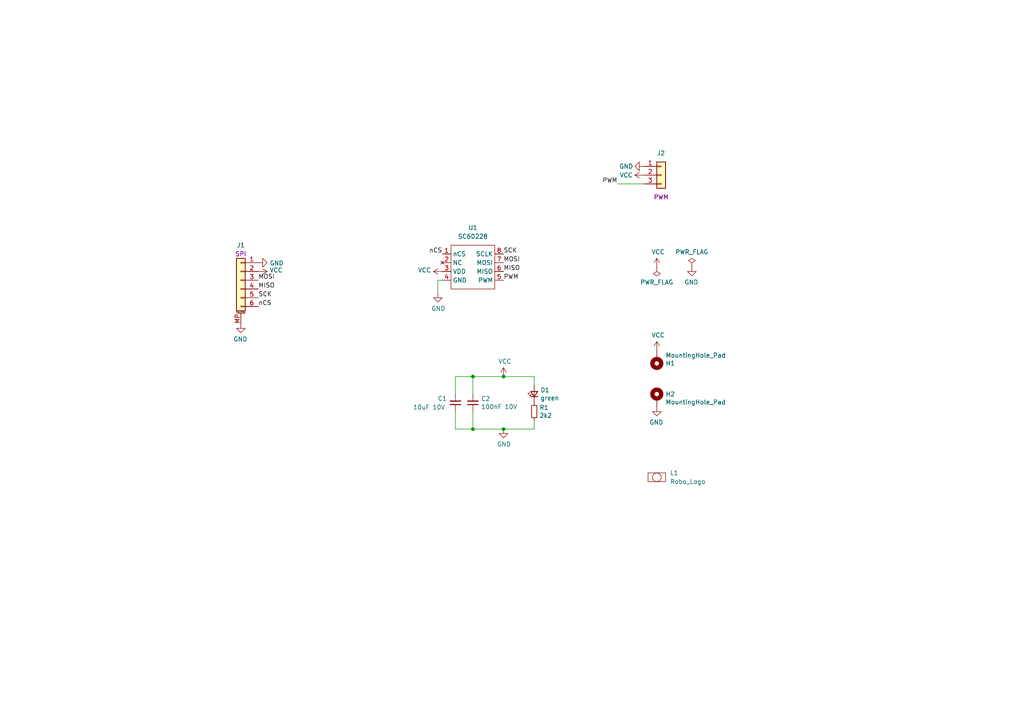
<source format=kicad_sch>
(kicad_sch (version 20211123) (generator eeschema)
  (paper "A4")
  (lib_symbols
    (symbol "Connector_Generic:Conn_01x03" (pin_names (offset 1.016) hide)
      (property "Reference" "J" (at 0 5.08 0))
      (property "Value" "Conn_01x03" (at 0 -5.08 0))
      (symbol "Conn_01x03_1_1"
        (rectangle (start -1.27 -2.413) (end 0 -2.667) (stroke (width 0.1524)))
        (rectangle (start -1.27 0.127) (end 0 -0.127) (stroke (width 0.1524)))
        (rectangle (start -1.27 2.667) (end 0 2.413) (stroke (width 0.1524)))
        (rectangle (start -1.27 3.81) (end 1.27 -3.81) (stroke (width 0.254)) (fill (type background)))
        (pin passive line (at -5.08 2.54 0) (length 3.81) (name "Pin_1") (number "1"))
        (pin passive line (at -5.08 0 0) (length 3.81) (name "Pin_2") (number "2"))
        (pin passive line (at -5.08 -2.54 0) (length 3.81) (name "Pin_3") (number "3"))
      )
    )
    (symbol "Connector_Generic_MountingPin:Conn_01x06_MountingPin" (pin_names (offset 1.016) hide)
      (property "Reference" "J" (at 0 7.62 0))
      (property "Value" "Conn_01x06_MountingPin" (at 1.27 -10.16 0))
      (symbol "Conn_01x06_MountingPin_1_1"
        (rectangle (start -1.27 -7.493) (end 0 -7.747) (stroke (width 0.1524)))
        (rectangle (start -1.27 -4.953) (end 0 -5.207) (stroke (width 0.1524)))
        (rectangle (start -1.27 -2.413) (end 0 -2.667) (stroke (width 0.1524)))
        (rectangle (start -1.27 0.127) (end 0 -0.127) (stroke (width 0.1524)))
        (rectangle (start -1.27 2.667) (end 0 2.413) (stroke (width 0.1524)))
        (rectangle (start -1.27 5.207) (end 0 4.953) (stroke (width 0.1524)))
        (rectangle (start -1.27 6.35) (end 1.27 -8.89) (stroke (width 0.254)) (fill (type background)))
        (polyline (pts (xy -1.016 -9.652) (xy 1.016 -9.652)) (stroke (width 0.1524)))
        (text "Mounting" (at 0 -9.271 0) (effects (font (size 0.381 0.381))))
        (pin passive line (at -5.08 5.08 0) (length 3.81) (name "Pin_1") (number "1"))
        (pin passive line (at -5.08 2.54 0) (length 3.81) (name "Pin_2") (number "2"))
        (pin passive line (at -5.08 0 0) (length 3.81) (name "Pin_3") (number "3"))
        (pin passive line (at -5.08 -2.54 0) (length 3.81) (name "Pin_4") (number "4"))
        (pin passive line (at -5.08 -5.08 0) (length 3.81) (name "Pin_5") (number "5"))
        (pin passive line (at -5.08 -7.62 0) (length 3.81) (name "Pin_6") (number "6"))
        (pin passive line (at 0 -12.7 90) (length 3.048) (name "MountPin") (number "MP"))
      )
    )
    (symbol "Device:C_Small" (pin_numbers hide) (pin_names (offset 0.254) hide)
      (property "Reference" "C" (at 0.254 1.778 0))
      (property "Value" "C_Small" (at 0.254 -2.032 0))
      (symbol "C_Small_0_1"
        (polyline (pts (xy -1.524 -0.508) (xy 1.524 -0.508)) (stroke (width 0.3302)))
        (polyline (pts (xy -1.524 0.508) (xy 1.524 0.508)) (stroke (width 0.3048)))
      )
      (symbol "C_Small_1_1"
        (pin passive line (at 0 2.54 270) (length 2.032) (name "~") (number "1"))
        (pin passive line (at 0 -2.54 90) (length 2.032) (name "~") (number "2"))
      )
    )
    (symbol "Device:LED_Small" (pin_numbers hide) (pin_names (offset 0.254) hide)
      (property "Reference" "D" (at -1.27 3.175 0))
      (property "Value" "LED_Small" (at -4.445 -2.54 0))
      (symbol "LED_Small_0_1"
        (polyline (pts (xy -0.762 -1.016) (xy -0.762 1.016)) (stroke (width 0.254)))
        (polyline (pts (xy 1.016 0) (xy -0.762 0)))
        (polyline (pts (xy 0.762 -1.016) (xy -0.762 0) (xy 0.762 1.016) (xy 0.762 -1.016)) (stroke (width 0.254)))
        (polyline (pts (xy 0 0.762) (xy -0.508 1.27) (xy -0.254 1.27) (xy -0.508 1.27) (xy -0.508 1.016)))
        (polyline (pts (xy 0.508 1.27) (xy 0 1.778) (xy 0.254 1.778) (xy 0 1.778) (xy 0 1.524)))
      )
      (symbol "LED_Small_1_1"
        (pin passive line (at -2.54 0 0) (length 1.778) (name "K") (number "1"))
        (pin passive line (at 2.54 0 180) (length 1.778) (name "A") (number "2"))
      )
    )
    (symbol "Device:R_Small" (pin_numbers hide) (pin_names (offset 0.254) hide)
      (property "Reference" "R" (at 0.762 0.508 0))
      (property "Value" "R_Small" (at 0.762 -1.016 0))
      (symbol "R_Small_0_1"
        (rectangle (start -0.762 1.778) (end 0.762 -1.778) (stroke (width 0.2032)))
      )
      (symbol "R_Small_1_1"
        (pin passive line (at 0 2.54 270) (length 0.762) (name "~") (number "1"))
        (pin passive line (at 0 -2.54 90) (length 0.762) (name "~") (number "2"))
      )
    )
    (symbol "Mechanical:MountingHole_Pad" (pin_numbers hide) (pin_names (offset 1.016) hide)
      (property "Reference" "H" (at 0 6.35 0))
      (property "Value" "MountingHole_Pad" (at 0 4.445 0))
      (symbol "MountingHole_Pad_0_1"
        (circle (center 0 1.27) (radius 1.27) (stroke (width 1.27)))
      )
      (symbol "MountingHole_Pad_1_1"
        (pin input line (at 0 -2.54 90) (length 2.54) (name "1") (number "1"))
      )
    )
    (symbol "power:GND" (power) (pin_names (offset 0))
      (property "Value" "GND" (at 0 -3.81 0))
      (symbol "GND_0_1"
        (polyline (pts (xy 0 0) (xy 0 -1.27) (xy 1.27 -1.27) (xy 0 -2.54) (xy -1.27 -1.27) (xy 0 -1.27)))
      )
      (symbol "GND_1_1"
        (pin power_in line (at 0 0 270) (length 0) hide (name "GND") (number "1"))
      )
    )
    (symbol "power:PWR_FLAG" (power) (pin_numbers hide) (pin_names (offset 0) hide)
      (property "Value" "PWR_FLAG" (at 0 3.81 0))
      (symbol "PWR_FLAG_0_0"
        (pin power_out line (at 0 0 90) (length 0) (name "pwr") (number "1"))
      )
      (symbol "PWR_FLAG_0_1"
        (polyline (pts (xy 0 0) (xy 0 1.27) (xy -1.016 1.905) (xy 0 2.54) (xy 1.016 1.905) (xy 0 1.27)))
      )
    )
    (symbol "power:VCC" (power) (pin_names (offset 0))
      (property "Value" "VCC" (at 0 3.81 0))
      (symbol "VCC_0_1"
        (polyline (pts (xy -0.762 1.27) (xy 0 2.54)))
        (polyline (pts (xy 0 0) (xy 0 2.54)))
        (polyline (pts (xy 0 2.54) (xy 0.762 1.27)))
      )
      (symbol "VCC_1_1"
        (pin power_in line (at 0 0 90) (length 0) hide (name "VCC") (number "1"))
      )
    )
    (symbol "runger:Robo_Logo" (in_bom no)
      (property "Reference" "L" (at 0 3.81 0))
      (property "Value" "Robo_Logo" (at 0 -3.81 0))
      (symbol "Robo_Logo_0_1"
        (rectangle (start -2.54 1.27) (end 2.54 -1.27) (stroke (width 0.1524)))
        (circle (center 0 0) (radius 1.27) (stroke (width 0.1524)))
      )
    )
    (symbol "runger:SC60228"
      (property "Reference" "U" (at 0 7.62 0))
      (property "Value" "SC60228" (at 0 -7.62 0))
      (symbol "SC60228_0_0"
        (pin input line (at -8.89 3.81 0) (length 2.54) (name "nCS") (number "1"))
        (pin no_connect line (at -8.89 1.27 0) (length 2.54) (name "NC") (number "2"))
        (pin unspecified line (at -8.89 -1.27 0) (length 2.54) (name "VDD") (number "3"))
        (pin unspecified line (at -8.89 -3.81 0) (length 2.54) (name "GND") (number "4"))
        (pin output line (at 8.89 -3.81 180) (length 2.54) (name "PWM") (number "5"))
        (pin output line (at 8.89 -1.27 180) (length 2.54) (name "MISO") (number "6"))
        (pin input line (at 8.89 1.27 180) (length 2.54) (name "MOSI") (number "7"))
        (pin input line (at 8.89 3.81 180) (length 2.54) (name "SCLK") (number "8"))
      )
      (symbol "SC60228_0_1"
        (rectangle (start -6.35 6.35) (end 6.35 -6.35))
      )
    )
  )
  (junction (at 137.16 124.46))
  (junction (at 146.05 124.46))
  (junction (at 146.05 109.22))
  (junction (at 137.16 109.22))
  (wire (pts (xy 146.05 109.22) (xy 154.94 109.22)))
  (wire (pts (xy 154.94 109.22) (xy 154.94 111.76)))
  (wire (pts (xy 154.94 124.46) (xy 146.05 124.46)))
  (wire (pts (xy 128.27 81.28) (xy 127 81.28)))
  (wire (pts (xy 179.07 53.34) (xy 186.69 53.34)))
  (wire (pts (xy 137.16 124.46) (xy 137.16 119.38)))
  (wire (pts (xy 132.08 119.38) (xy 132.08 124.46)))
  (wire (pts (xy 154.94 121.92) (xy 154.94 124.46)))
  (wire (pts (xy 137.16 109.22) (xy 146.05 109.22)))
  (wire (pts (xy 132.08 109.22) (xy 137.16 109.22)))
  (wire (pts (xy 127 81.28) (xy 127 85.09)))
  (wire (pts (xy 137.16 109.22) (xy 137.16 114.3)))
  (wire (pts (xy 146.05 124.46) (xy 137.16 124.46)))
  (wire (pts (xy 132.08 124.46) (xy 137.16 124.46)))
  (wire (pts (xy 132.08 114.3) (xy 132.08 109.22)))
  (label "SCK" (at 146.05 73.66 0))
  (label "SCK" (at 74.93 86.36 0))
  (label "MISO" (at 146.05 78.74 0))
  (label "MOSI" (at 74.93 81.28 0))
  (label "nCS" (at 128.27 73.66 180))
  (label "PWM" (at 179.07 53.34 180))
  (label "nCS" (at 74.93 88.9 0))
  (label "PWM" (at 146.05 81.28 0))
  (label "MISO" (at 74.93 83.82 0))
  (label "MOSI" (at 146.05 76.2 0))
  (symbol (lib_id "Device:C_Small") (at 132.08 116.84 180) (unit 1)
    (property "Reference" "C1" (at 128.27 115.57 0))
    (property "Value" "10uF 10V" (at 124.46 118.11 0))
    (property "Footprint" "Capacitor_SMD:C_0402_1005Metric" (effects hide))
    (property "Part" "GRM155R61A106ME11D" (effects hide))
    (property "Manu" "Murata" (effects hide))
  )
  (symbol (lib_id "power:VCC") (at 74.93 78.74 270) (mirror x) (unit 1)
    (property "Reference" "#PWR03" (effects hide))
    (property "Value" "VCC" (at 78.1558 78.359 90) (effects (justify left)))
  )
  (symbol (lib_id "power:VCC") (at 128.27 78.74 90) (unit 1)
    (property "Reference" "#PWR06" (effects hide))
    (property "Value" "VCC" (at 125.0442 78.359 90) (effects (justify left)))
  )
  (symbol (lib_id "power:GND") (at 127 85.09 0) (unit 1)
    (property "Reference" "#PWR04" (effects hide))
    (property "Value" "GND" (at 127.127 89.4842 0))
  )
  (symbol (lib_id "Connector_Generic_MountingPin:Conn_01x06_MountingPin") (at 69.85 81.28 0) (mirror y) (unit 1)
    (property "Reference" "J1" (at 69.85 71.12 0))
    (property "Value" "Conn_01x06_MountingPin" (effects hide))
    (property "Footprint" "Connector_JST:JST_SH_SM06B-SRSS-TB_1x06-1MP_P1.00mm_Horizontal" (effects hide))
    (property "Port" "SPI" (at 69.85 73.66 0))
    (property "Manu" "Scondar Electronic Limited" (effects hide))
    (property "Part" "SCT-WR-S-06P" (effects hide))
    (property "Notes" "JST SH_SM06B-SRSS-TB_1x06-1MP_P1.00mm_Horizontal or compatible" (effects hide))
  )
  (symbol (lib_id "power:GND") (at 69.85 93.98 0) (mirror y) (unit 1)
    (property "Reference" "#PWR01" (effects hide))
    (property "Value" "GND" (at 69.723 98.3742 0))
  )
  (symbol (lib_id "power:GND") (at 74.93 76.2 90) (mirror x) (unit 1)
    (property "Reference" "#PWR02" (effects hide))
    (property "Value" "GND" (at 78.1812 76.327 90) (effects (justify right)))
  )
  (symbol (lib_id "power:VCC") (at 190.5 101.6 0) (unit 1)
    (property "Reference" "#PWR07" (effects hide))
    (property "Value" "VCC" (at 190.881 97.2058 0))
  )
  (symbol (lib_id "power:GND") (at 190.5 118.11 0) (mirror y) (unit 1)
    (property "Reference" "#PWR08" (effects hide))
    (property "Value" "GND" (at 190.373 122.5042 0))
  )
  (symbol (lib_id "Mechanical:MountingHole_Pad") (at 190.5 115.57 0) (unit 1)
    (property "Reference" "H2" (at 193.04 114.3254 0) (effects (justify left)))
    (property "Value" "MountingHole_Pad" (at 193.04 116.6368 0) (effects (justify left)))
    (property "Footprint" "MountingHole:MountingHole_2.2mm_M2_ISO7380_Pad" (effects hide))
  )
  (symbol (lib_id "Mechanical:MountingHole_Pad") (at 190.5 104.14 0) (mirror x) (unit 1)
    (property "Reference" "H1" (at 193.04 105.3846 0) (effects (justify left)))
    (property "Value" "MountingHole_Pad" (at 193.04 103.0732 0) (effects (justify left)))
    (property "Footprint" "MountingHole:MountingHole_2.2mm_M2_ISO7380_Pad" (effects hide))
  )
  (symbol (lib_id "power:VCC") (at 190.5 77.47 0) (unit 1)
    (property "Reference" "#PWR0101" (effects hide))
    (property "Value" "VCC" (at 190.881 73.0758 0))
  )
  (symbol (lib_id "power:PWR_FLAG") (at 190.5 77.47 180) (unit 1)
    (property "Reference" "#FLG0101" (effects hide))
    (property "Value" "PWR_FLAG" (at 190.5 81.8642 0))
  )
  (symbol (lib_id "Device:C_Small") (at 137.16 116.84 180) (unit 1)
    (property "Reference" "C2" (at 139.4968 115.6716 0) (effects (justify right)))
    (property "Value" "100nF 10V" (at 139.4968 117.983 0) (effects (justify right)))
    (property "Footprint" "Capacitor_SMD:C_0402_1005Metric" (effects hide))
    (property "Part" "GRM155R71A104KA01J" (effects hide))
    (property "Manu" "Murata" (effects hide))
  )
  (symbol (lib_id "power:VCC") (at 146.05 109.22 0) (unit 1)
    (property "Reference" "#PWR09" (effects hide))
    (property "Value" "VCC" (at 146.431 104.8258 0))
  )
  (symbol (lib_id "power:GND") (at 146.05 124.46 0) (unit 1)
    (property "Reference" "#PWR010" (effects hide))
    (property "Value" "GND" (at 146.177 128.8542 0))
  )
  (symbol (lib_id "Device:R_Small") (at 154.94 119.38 0) (unit 1)
    (property "Reference" "R1" (at 156.4386 118.2116 0) (effects (justify left)))
    (property "Value" "2k2" (at 156.4386 120.523 0) (effects (justify left)))
    (property "Footprint" "Resistor_SMD:R_0402_1005Metric" (effects hide))
    (property "Part" "Generic 2k2 Resistor" (effects hide))
    (property "Manu" "Generic" (effects hide))
  )
  (symbol (lib_id "Device:LED_Small") (at 154.94 114.3 90) (unit 1)
    (property "Reference" "D1" (at 156.718 113.1316 90) (effects (justify right)))
    (property "Value" "green" (at 156.718 115.443 90) (effects (justify right)))
    (property "Footprint" "LED_SMD:LED_0402_1005Metric" (effects hide))
    (property "Manu" "Wurth" (effects hide))
    (property "Part" "150040VS73240" (effects hide))
    (property "Notes" "inexpensive green LED please" (effects hide))
  )
  (symbol (lib_id "runger:Robo_Logo") (at 190.5 138.43 0) (unit 1) (in_bom no)
    (property "Reference" "L1" (at 194.31 137.1599 0) (effects (justify left)))
    (property "Value" "Robo_Logo" (at 194.31 139.6999 0) (effects (justify left)))
    (property "Footprint" "runger:Robo_logo2" (effects hide))
  )
  (symbol (lib_id "power:VCC") (at 186.69 50.8 90) (unit 1)
    (property "Reference" "#PWR05" (effects hide))
    (property "Value" "VCC" (at 181.61 50.8 90))
  )
  (symbol (lib_id "power:GND") (at 186.69 48.26 270) (unit 1)
    (property "Reference" "#PWR012" (effects hide))
    (property "Value" "GND" (at 181.61 48.26 90))
  )
  (symbol (lib_id "Connector_Generic:Conn_01x03") (at 191.77 50.8 0) (unit 1)
    (property "Reference" "J2" (at 190.5 44.45 0) (effects (justify left)))
    (property "Value" "Conn_01x03" (effects hide))
    (property "Footprint" "Connector_PinHeader_2.54mm:PinHeader_1x03_P2.54mm_Vertical" (effects hide))
    (property "Port" "PWM" (at 191.77 57.15 0))
  )
  (symbol (lib_id "power:PWR_FLAG") (at 200.66 77.47 0) (unit 1)
    (property "Reference" "#FLG0102" (effects hide))
    (property "Value" "PWR_FLAG" (at 200.66 73.0758 0))
  )
  (symbol (lib_id "power:GND") (at 200.66 77.47 0) (mirror y) (unit 1)
    (property "Reference" "#PWR0102" (effects hide))
    (property "Value" "GND" (at 200.533 81.8642 0))
  )
  (symbol (lib_id "runger:SC60228") (at 137.16 77.47 0) (unit 1)
    (property "Reference" "U1" (at 137.16 66.04 0))
    (property "Value" "SC60228" (at 137.16 68.58 0))
    (property "Footprint" "Package_SO:SOP-8_3.9x4.9mm_P1.27mm" (effects hide))
    (property "Datasheet" "https://datasheet.lcsc.com/lcsc/2003172140_Semiment-SC60228DC_C496752.pdf" (effects hide))
    (property "Manu" "SemiMent" (effects hide))
    (property "Part" "SC60228" (effects hide))
  )
)
</source>
